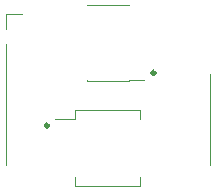
<source format=gbr>
%TF.GenerationSoftware,KiCad,Pcbnew,(5.1.7-0-10_14)*%
%TF.CreationDate,2020-11-09T11:56:13+00:00*%
%TF.ProjectId,STM32G031J6_Breakout,53544d33-3247-4303-9331-4a365f427265,rev?*%
%TF.SameCoordinates,Original*%
%TF.FileFunction,Legend,Top*%
%TF.FilePolarity,Positive*%
%FSLAX46Y46*%
G04 Gerber Fmt 4.6, Leading zero omitted, Abs format (unit mm)*
G04 Created by KiCad (PCBNEW (5.1.7-0-10_14)) date 2020-11-09 11:56:13*
%MOMM*%
%LPD*%
G01*
G04 APERTURE LIST*
%ADD10C,0.300000*%
%ADD11C,0.120000*%
G04 APERTURE END LIST*
D10*
X132461000Y-99568000D02*
G75*
G03*
X132461000Y-99568000I-127000J0D01*
G01*
X141478000Y-95123000D02*
G75*
G03*
X141478000Y-95123000I-127000J0D01*
G01*
D11*
%TO.C,J4*%
X146110000Y-95250000D02*
X146110000Y-102930000D01*
%TO.C,J1*%
X128845000Y-92710000D02*
X128845000Y-102930000D01*
X128845000Y-91440000D02*
X128845000Y-90110000D01*
X128845000Y-90110000D02*
X130175000Y-90110000D01*
%TO.C,U2*%
X137477500Y-104683000D02*
X140237500Y-104683000D01*
X140237500Y-104683000D02*
X140237500Y-103938000D01*
X137477500Y-104683000D02*
X134717500Y-104683000D01*
X134717500Y-104683000D02*
X134717500Y-103938000D01*
X137477500Y-98263000D02*
X140237500Y-98263000D01*
X140237500Y-98263000D02*
X140237500Y-99008000D01*
X137477500Y-98263000D02*
X134717500Y-98263000D01*
X134717500Y-98263000D02*
X134717500Y-99008000D01*
X134717500Y-99008000D02*
X133027500Y-99008000D01*
%TO.C,J3*%
X139242500Y-95818000D02*
X135712500Y-95818000D01*
X139242500Y-89348000D02*
X135712500Y-89348000D01*
X140567500Y-95753000D02*
X139242500Y-95753000D01*
X139242500Y-95818000D02*
X139242500Y-95753000D01*
X135712500Y-95818000D02*
X135712500Y-95753000D01*
X139242500Y-89413000D02*
X139242500Y-89348000D01*
X135712500Y-89413000D02*
X135712500Y-89348000D01*
%TD*%
M02*

</source>
